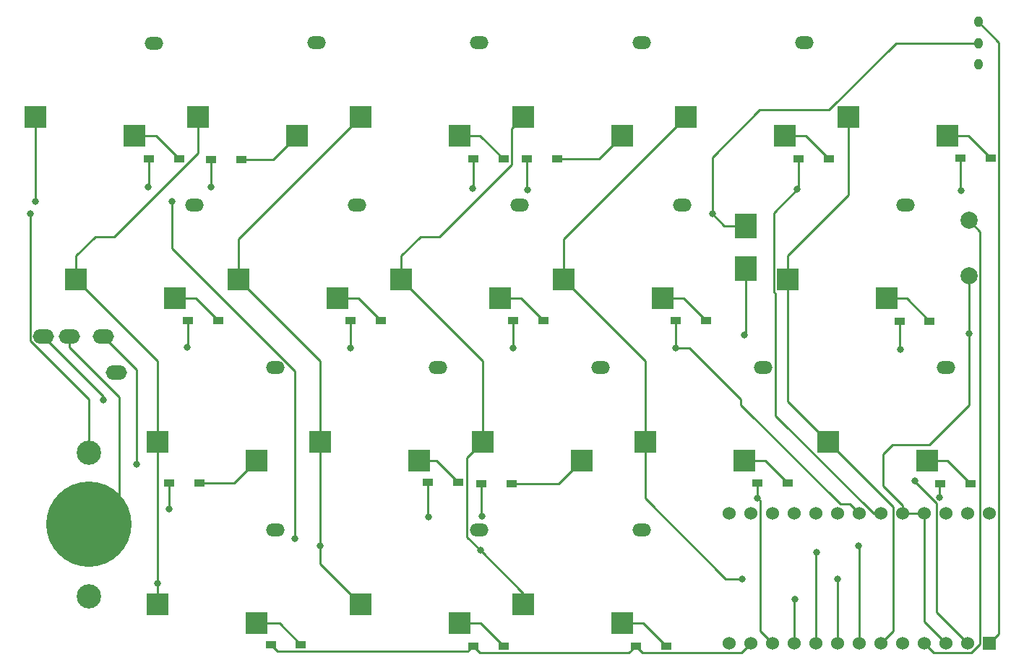
<source format=gbr>
%TF.GenerationSoftware,KiCad,Pcbnew,7.0.8*%
%TF.CreationDate,2024-11-17T17:07:27+09:00*%
%TF.ProjectId,cool937r,636f6f6c-3933-4377-922e-6b696361645f,rev?*%
%TF.SameCoordinates,Original*%
%TF.FileFunction,Copper,L2,Bot*%
%TF.FilePolarity,Positive*%
%FSLAX46Y46*%
G04 Gerber Fmt 4.6, Leading zero omitted, Abs format (unit mm)*
G04 Created by KiCad (PCBNEW 7.0.8) date 2024-11-17 17:07:27*
%MOMM*%
%LPD*%
G01*
G04 APERTURE LIST*
%TA.AperFunction,ComponentPad*%
%ADD10O,2.200000X1.500000*%
%TD*%
%TA.AperFunction,SMDPad,CuDef*%
%ADD11R,2.600000X2.600000*%
%TD*%
%TA.AperFunction,ComponentPad*%
%ADD12O,2.500000X1.700000*%
%TD*%
%TA.AperFunction,SMDPad,CuDef*%
%ADD13R,1.300000X0.950000*%
%TD*%
%TA.AperFunction,ComponentPad*%
%ADD14O,1.000000X1.300000*%
%TD*%
%TA.AperFunction,ComponentPad*%
%ADD15C,2.000000*%
%TD*%
%TA.AperFunction,SMDPad,CuDef*%
%ADD16R,2.600000X3.000000*%
%TD*%
%TA.AperFunction,ComponentPad*%
%ADD17C,2.850000*%
%TD*%
%TA.AperFunction,SMDPad,CuDef*%
%ADD18C,10.000000*%
%TD*%
%TA.AperFunction,ComponentPad*%
%ADD19C,1.524000*%
%TD*%
%TA.AperFunction,ComponentPad*%
%ADD20R,1.524000X1.524000*%
%TD*%
%TA.AperFunction,ViaPad*%
%ADD21C,0.800000*%
%TD*%
%TA.AperFunction,Conductor*%
%ADD22C,0.250000*%
%TD*%
G04 APERTURE END LIST*
D10*
%TO.P,SW38,*%
%TO.N,*%
X168550000Y-141590000D03*
D11*
%TO.P,SW38,1,1*%
%TO.N,col7*%
X154700000Y-150290000D03*
%TO.P,SW38,2,2*%
%TO.N,Net-(D38-A)*%
X166300000Y-152490000D03*
%TD*%
D12*
%TO.P,J1,A*%
%TO.N,unconnected-(J1-PadA)*%
X107010000Y-123080000D03*
%TO.P,J1,B*%
%TO.N,data*%
X98510000Y-118880000D03*
%TO.P,J1,C*%
%TO.N,GND*%
X101510000Y-118880000D03*
%TO.P,J1,D*%
%TO.N,VCC*%
X105510000Y-118880000D03*
%TD*%
D13*
%TO.P,D10,1,K*%
%TO.N,row0*%
X205910000Y-97950000D03*
%TO.P,D10,2,A*%
%TO.N,Net-(D10-A)*%
X209460000Y-97950000D03*
%TD*%
D11*
%TO.P,SW10,1,1*%
%TO.N,col9*%
X192805000Y-93140000D03*
%TO.P,SW10,2,2*%
%TO.N,Net-(D10-A)*%
X204405000Y-95340000D03*
%TD*%
D13*
%TO.P,D19,1,K*%
%TO.N,row1*%
X172575000Y-117030000D03*
%TO.P,D19,2,A*%
%TO.N,Net-(D19-A)*%
X176125000Y-117030000D03*
%TD*%
%TO.P,D17,1,K*%
%TO.N,row1*%
X134495000Y-117040000D03*
%TO.P,D17,2,A*%
%TO.N,Net-(D17-A)*%
X138045000Y-117040000D03*
%TD*%
D10*
%TO.P,SW6,*%
%TO.N,*%
X130455000Y-84440000D03*
D11*
%TO.P,SW6,1,1*%
%TO.N,col5*%
X116605000Y-93140000D03*
%TO.P,SW6,2,2*%
%TO.N,Net-(D6-A)*%
X128205000Y-95340000D03*
%TD*%
D13*
%TO.P,D20,1,K*%
%TO.N,row1*%
X198775000Y-117050000D03*
%TO.P,D20,2,A*%
%TO.N,Net-(D20-A)*%
X202325000Y-117050000D03*
%TD*%
D10*
%TO.P,SW9,*%
%TO.N,*%
X187605000Y-84440000D03*
D11*
%TO.P,SW9,1,1*%
%TO.N,col8*%
X173755000Y-93140000D03*
%TO.P,SW9,2,2*%
%TO.N,Net-(D9-A)*%
X185355000Y-95340000D03*
%TD*%
D13*
%TO.P,D6,1,K*%
%TO.N,row0*%
X118115000Y-98110000D03*
%TO.P,D6,2,A*%
%TO.N,Net-(D6-A)*%
X121665000Y-98110000D03*
%TD*%
D14*
%TO.P,SW42,1,1*%
%TO.N,Net-(U2-BAT)*%
X208000000Y-81960000D03*
%TO.P,SW42,2,2*%
%TO.N,BAT+*%
X208000000Y-84460000D03*
%TO.P,SW42,3*%
%TO.N,N/C*%
X208000000Y-86960000D03*
%TD*%
D10*
%TO.P,SW37,*%
%TO.N,*%
X149500000Y-141590000D03*
D11*
%TO.P,SW37,1,1*%
%TO.N,col6*%
X135650000Y-150290000D03*
%TO.P,SW37,2,2*%
%TO.N,Net-(D37-A)*%
X147250000Y-152490000D03*
%TD*%
D10*
%TO.P,SW7,*%
%TO.N,*%
X149505000Y-84440000D03*
D11*
%TO.P,SW7,1,1*%
%TO.N,col6*%
X135655000Y-93140000D03*
%TO.P,SW7,2,2*%
%TO.N,Net-(D7-A)*%
X147255000Y-95340000D03*
%TD*%
D10*
%TO.P,SW36,*%
%TO.N,*%
X125700000Y-141590000D03*
D11*
%TO.P,SW36,1,1*%
%TO.N,col5*%
X111850000Y-150290000D03*
%TO.P,SW36,2,2*%
%TO.N,Net-(D36-A)*%
X123450000Y-152490000D03*
%TD*%
D13*
%TO.P,D26,1,K*%
%TO.N,row2*%
X113215000Y-136050000D03*
%TO.P,D26,2,A*%
%TO.N,Net-(D26-A)*%
X116765000Y-136050000D03*
%TD*%
D15*
%TO.P,SW41,1,1*%
%TO.N,Net-(U2-BOOT(RST))*%
X206910000Y-105270000D03*
%TO.P,SW41,2,2*%
%TO.N,GND*%
X206910000Y-111770000D03*
%TD*%
D13*
%TO.P,D18,1,K*%
%TO.N,row1*%
X153545000Y-117030000D03*
%TO.P,D18,2,A*%
%TO.N,Net-(D18-A)*%
X157095000Y-117030000D03*
%TD*%
D10*
%TO.P,SW20,*%
%TO.N,*%
X199520000Y-103500000D03*
D11*
%TO.P,SW20,1,1*%
%TO.N,col9*%
X185670000Y-112200000D03*
%TO.P,SW20,2,2*%
%TO.N,Net-(D20-A)*%
X197270000Y-114400000D03*
%TD*%
D10*
%TO.P,SW26,*%
%TO.N,*%
X125700000Y-122550000D03*
D11*
%TO.P,SW26,1,1*%
%TO.N,col5*%
X111850000Y-131250000D03*
%TO.P,SW26,2,2*%
%TO.N,Net-(D26-A)*%
X123450000Y-133450000D03*
%TD*%
D13*
%TO.P,D35,1,K*%
%TO.N,row0*%
X110815000Y-98020000D03*
%TO.P,D35,2,A*%
%TO.N,Net-(D35-A)*%
X114365000Y-98020000D03*
%TD*%
D10*
%TO.P,SW19,*%
%TO.N,*%
X173320000Y-103490000D03*
D11*
%TO.P,SW19,1,1*%
%TO.N,col8*%
X159470000Y-112190000D03*
%TO.P,SW19,2,2*%
%TO.N,Net-(D19-A)*%
X171070000Y-114390000D03*
%TD*%
D13*
%TO.P,D29,1,K*%
%TO.N,row2*%
X182165000Y-136060000D03*
%TO.P,D29,2,A*%
%TO.N,Net-(D29-A)*%
X185715000Y-136060000D03*
%TD*%
%TO.P,D38,1,K*%
%TO.N,row3*%
X167885000Y-155190000D03*
%TO.P,D38,2,A*%
%TO.N,Net-(D38-A)*%
X171435000Y-155190000D03*
%TD*%
%TO.P,D9,1,K*%
%TO.N,row0*%
X186940000Y-98020000D03*
%TO.P,D9,2,A*%
%TO.N,Net-(D9-A)*%
X190490000Y-98020000D03*
%TD*%
%TO.P,D8,1,K*%
%TO.N,row0*%
X155145000Y-98060000D03*
%TO.P,D8,2,A*%
%TO.N,Net-(D8-A)*%
X158695000Y-98060000D03*
%TD*%
%TO.P,D27,1,K*%
%TO.N,row2*%
X143540000Y-136010000D03*
%TO.P,D27,2,A*%
%TO.N,Net-(D27-A)*%
X147090000Y-136010000D03*
%TD*%
D10*
%TO.P,SW27,*%
%TO.N,*%
X144750000Y-122550000D03*
D11*
%TO.P,SW27,1,1*%
%TO.N,col6*%
X130900000Y-131250000D03*
%TO.P,SW27,2,2*%
%TO.N,Net-(D27-A)*%
X142500000Y-133450000D03*
%TD*%
D13*
%TO.P,D36,1,K*%
%TO.N,row3*%
X125115000Y-155000000D03*
%TO.P,D36,2,A*%
%TO.N,Net-(D36-A)*%
X128665000Y-155000000D03*
%TD*%
D10*
%TO.P,SW16,*%
%TO.N,*%
X116170000Y-103490000D03*
D11*
%TO.P,SW16,1,1*%
%TO.N,col5*%
X102320000Y-112190000D03*
%TO.P,SW16,2,2*%
%TO.N,Net-(D16-A)*%
X113920000Y-114390000D03*
%TD*%
D13*
%TO.P,D16,1,K*%
%TO.N,row1*%
X115425000Y-117010000D03*
%TO.P,D16,2,A*%
%TO.N,Net-(D16-A)*%
X118975000Y-117010000D03*
%TD*%
%TO.P,D37,1,K*%
%TO.N,row3*%
X148825000Y-155190000D03*
%TO.P,D37,2,A*%
%TO.N,Net-(D37-A)*%
X152375000Y-155190000D03*
%TD*%
%TO.P,D30,1,K*%
%TO.N,row2*%
X203585000Y-136130000D03*
%TO.P,D30,2,A*%
%TO.N,Net-(D30-A)*%
X207135000Y-136130000D03*
%TD*%
D10*
%TO.P,SW29,*%
%TO.N,*%
X182850000Y-122550000D03*
D11*
%TO.P,SW29,1,1*%
%TO.N,col8*%
X169000000Y-131250000D03*
%TO.P,SW29,2,2*%
%TO.N,Net-(D29-A)*%
X180600000Y-133450000D03*
%TD*%
D10*
%TO.P,SW8,*%
%TO.N,*%
X168555000Y-84440000D03*
D11*
%TO.P,SW8,1,1*%
%TO.N,col7*%
X154705000Y-93140000D03*
%TO.P,SW8,2,2*%
%TO.N,Net-(D8-A)*%
X166305000Y-95340000D03*
%TD*%
D10*
%TO.P,SW30,*%
%TO.N,*%
X204270000Y-122530000D03*
D11*
%TO.P,SW30,1,1*%
%TO.N,col9*%
X190420000Y-131230000D03*
%TO.P,SW30,2,2*%
%TO.N,Net-(D30-A)*%
X202020000Y-133430000D03*
%TD*%
D10*
%TO.P,SW35,*%
%TO.N,*%
X111410000Y-84460000D03*
D11*
%TO.P,SW35,1,1*%
%TO.N,col4*%
X97560000Y-93160000D03*
%TO.P,SW35,2,2*%
%TO.N,Net-(D35-A)*%
X109160000Y-95360000D03*
%TD*%
D10*
%TO.P,SW18,*%
%TO.N,*%
X154270000Y-103490000D03*
D11*
%TO.P,SW18,1,1*%
%TO.N,col7*%
X140420000Y-112190000D03*
%TO.P,SW18,2,2*%
%TO.N,Net-(D18-A)*%
X152020000Y-114390000D03*
%TD*%
D13*
%TO.P,D28,1,K*%
%TO.N,row2*%
X149805000Y-136120000D03*
%TO.P,D28,2,A*%
%TO.N,Net-(D28-A)*%
X153355000Y-136120000D03*
%TD*%
D10*
%TO.P,SW28,*%
%TO.N,*%
X163800000Y-122550000D03*
D11*
%TO.P,SW28,1,1*%
%TO.N,col7*%
X149950000Y-131250000D03*
%TO.P,SW28,2,2*%
%TO.N,Net-(D28-A)*%
X161550000Y-133450000D03*
%TD*%
D13*
%TO.P,D7,1,K*%
%TO.N,row0*%
X148840000Y-98080000D03*
%TO.P,D7,2,A*%
%TO.N,Net-(D7-A)*%
X152390000Y-98080000D03*
%TD*%
D10*
%TO.P,SW17,*%
%TO.N,*%
X135220000Y-103490000D03*
D11*
%TO.P,SW17,1,1*%
%TO.N,col6*%
X121370000Y-112190000D03*
%TO.P,SW17,2,2*%
%TO.N,Net-(D17-A)*%
X132970000Y-114390000D03*
%TD*%
D16*
%TO.P,C1,1*%
%TO.N,BAT+*%
X180750000Y-105930000D03*
%TO.P,C1,2*%
%TO.N,GND*%
X180750000Y-110930000D03*
%TD*%
D17*
%TO.P,BT1,1,+*%
%TO.N,BAT+*%
X103830000Y-132460000D03*
X103830000Y-149360000D03*
D18*
%TO.P,BT1,2,-*%
%TO.N,GND*%
X103830000Y-140910000D03*
%TD*%
D19*
%TO.P,U2,1,PIN1*%
%TO.N,data*%
X206790000Y-139640000D03*
%TO.P,U2,2,PIN2*%
%TO.N,unconnected-(U2-PIN2-Pad2)*%
X204250000Y-139640000D03*
%TO.P,U2,3,GND*%
%TO.N,GND*%
X201710000Y-139640000D03*
%TO.P,U2,4,GND*%
X199170000Y-139640000D03*
%TO.P,U2,5,PIN5*%
%TO.N,row0*%
X196630000Y-139640000D03*
%TO.P,U2,6,PIN6*%
%TO.N,row1*%
X194090000Y-139640000D03*
%TO.P,U2,7,PIN7*%
%TO.N,unconnected-(U2-PIN7-Pad7)*%
X191550000Y-139640000D03*
%TO.P,U2,8,PIN8*%
%TO.N,unconnected-(U2-PIN8-Pad8)*%
X189010000Y-139640000D03*
%TO.P,U2,9,PIN9*%
%TO.N,unconnected-(U2-PIN9-Pad9)*%
X186470000Y-139640000D03*
%TO.P,U2,10,PIN10*%
%TO.N,unconnected-(U2-PIN10-Pad10)*%
X183930000Y-139640000D03*
%TO.P,U2,11,PIN11*%
%TO.N,col4*%
X181390000Y-139640000D03*
%TO.P,U2,12,PIN12*%
%TO.N,unconnected-(U2-PIN12-Pad12)*%
X178850000Y-139640000D03*
%TO.P,U2,13,PIN13*%
%TO.N,unconnected-(U2-PIN13-Pad13)*%
X178850000Y-154860000D03*
%TO.P,U2,14,PIN14*%
%TO.N,row3*%
X181390000Y-154860000D03*
%TO.P,U2,15,PIN15*%
%TO.N,row2*%
X183930000Y-154860000D03*
%TO.P,U2,16,PIN16*%
%TO.N,col5*%
X186470000Y-154860000D03*
%TO.P,U2,17,PIN17*%
%TO.N,col6*%
X189010000Y-154860000D03*
%TO.P,U2,18,PIN18*%
%TO.N,col8*%
X191550000Y-154860000D03*
%TO.P,U2,19,PIN19*%
%TO.N,col7*%
X194090000Y-154860000D03*
%TO.P,U2,20,PIN20*%
%TO.N,col9*%
X196630000Y-154860000D03*
%TO.P,U2,21,+4.3V*%
%TO.N,unconnected-(U2-+4.3V-Pad21)*%
X199170000Y-154860000D03*
%TO.P,U2,22,BOOT(RST)*%
%TO.N,Net-(U2-BOOT(RST))*%
X201710000Y-154860000D03*
%TO.P,U2,23,GND*%
%TO.N,GND*%
X204250000Y-154860000D03*
%TO.P,U2,24,+5V*%
%TO.N,VCC*%
X206790000Y-154860000D03*
D20*
%TO.P,U2,25,BAT*%
%TO.N,Net-(U2-BAT)*%
X209330000Y-154860000D03*
D19*
%TO.P,U2,26*%
%TO.N,N/C*%
X209330000Y-139640000D03*
%TD*%
D21*
%TO.N,BAT+*%
X96930000Y-104510000D03*
X176860000Y-104510000D03*
%TO.N,GND*%
X206910000Y-118490000D03*
X180640000Y-118690000D03*
%TO.N,row0*%
X186800000Y-101630000D03*
X110800000Y-101360000D03*
X205980000Y-101730000D03*
X155190000Y-101720000D03*
X148810000Y-101540000D03*
X118140000Y-101360000D03*
%TO.N,row1*%
X115320000Y-120150000D03*
X198860000Y-120390000D03*
X153540000Y-120220000D03*
X134440000Y-120190000D03*
X172550000Y-120250000D03*
%TO.N,row2*%
X113250000Y-139140000D03*
X182160000Y-137800000D03*
X143570000Y-140000000D03*
X149840000Y-139950000D03*
X203430000Y-137740000D03*
%TO.N,col4*%
X97570000Y-103010000D03*
X113560000Y-103020000D03*
X127980000Y-142590000D03*
%TO.N,col5*%
X111850000Y-147790000D03*
X186560000Y-149670000D03*
%TO.N,col6*%
X189050000Y-144220000D03*
X130900000Y-143430000D03*
%TO.N,col7*%
X149670000Y-143960000D03*
X194010000Y-143400000D03*
%TO.N,col8*%
X180370000Y-147280000D03*
X191530000Y-147290000D03*
%TO.N,VCC*%
X109370000Y-133880000D03*
X200590000Y-135800000D03*
%TO.N,data*%
X105540000Y-126340000D03*
%TD*%
D22*
%TO.N,BAT+*%
X96930000Y-119361261D02*
X96930000Y-104510000D01*
X190535000Y-92315000D02*
X198390000Y-84460000D01*
X198390000Y-84460000D02*
X208000000Y-84460000D01*
X176860000Y-104510000D02*
X176860000Y-97883350D01*
X178280000Y-105930000D02*
X180750000Y-105930000D01*
X176860000Y-104510000D02*
X178280000Y-105930000D01*
X103830000Y-126261261D02*
X96930000Y-119361261D01*
X176860000Y-97883350D02*
X182428350Y-92315000D01*
X182428350Y-92315000D02*
X190535000Y-92315000D01*
X103830000Y-132460000D02*
X103830000Y-126261261D01*
%TO.N,GND*%
X199170000Y-138710000D02*
X199170000Y-139640000D01*
X206910000Y-118490000D02*
X206910000Y-126920000D01*
X201710000Y-152320000D02*
X204250000Y-154860000D01*
X101510000Y-118880000D02*
X101510000Y-120158858D01*
X101510000Y-120158858D02*
X107362863Y-126011721D01*
X180750000Y-118580000D02*
X180640000Y-118690000D01*
X197943350Y-131555000D02*
X196845000Y-132653350D01*
X202275000Y-131555000D02*
X197943350Y-131555000D01*
X201710000Y-139640000D02*
X201710000Y-152320000D01*
X107362863Y-137377137D02*
X103830000Y-140910000D01*
X196845000Y-132653350D02*
X196845000Y-136385000D01*
X199170000Y-139640000D02*
X201710000Y-139640000D01*
X107362863Y-126011721D02*
X107362863Y-137377137D01*
X206910000Y-126920000D02*
X202275000Y-131555000D01*
X180750000Y-110930000D02*
X180750000Y-118580000D01*
X206910000Y-111770000D02*
X206910000Y-118490000D01*
X196845000Y-136385000D02*
X199170000Y-138710000D01*
%TO.N,row0*%
X184045000Y-104385000D02*
X186800000Y-101630000D01*
X184273731Y-128143351D02*
X184273731Y-113883731D01*
X155190000Y-101720000D02*
X155145000Y-101675000D01*
X205910000Y-101660000D02*
X205910000Y-97950000D01*
X186800000Y-101630000D02*
X186940000Y-101490000D01*
X195770380Y-139640000D02*
X184273731Y-128143351D01*
X118115000Y-101335000D02*
X118140000Y-101360000D01*
X186940000Y-101490000D02*
X186940000Y-98020000D01*
X184045000Y-113655000D02*
X184045000Y-104385000D01*
X184273731Y-113883731D02*
X184045000Y-113655000D01*
X148840000Y-101510000D02*
X148840000Y-98080000D01*
X110815000Y-98020000D02*
X110815000Y-101345000D01*
X118115000Y-98110000D02*
X118115000Y-101335000D01*
X205980000Y-101730000D02*
X205910000Y-101660000D01*
X148810000Y-101540000D02*
X148840000Y-101510000D01*
X155145000Y-101675000D02*
X155145000Y-98060000D01*
X110815000Y-101345000D02*
X110800000Y-101360000D01*
X196630000Y-139640000D02*
X195770380Y-139640000D01*
%TO.N,Net-(D6-A)*%
X125435000Y-98110000D02*
X121665000Y-98110000D01*
X128205000Y-95340000D02*
X125435000Y-98110000D01*
%TO.N,Net-(D7-A)*%
X149650000Y-95340000D02*
X152390000Y-98080000D01*
X147255000Y-95340000D02*
X149650000Y-95340000D01*
%TO.N,Net-(D8-A)*%
X163585000Y-98060000D02*
X158695000Y-98060000D01*
X166305000Y-95340000D02*
X163585000Y-98060000D01*
%TO.N,Net-(D9-A)*%
X185355000Y-95340000D02*
X187810000Y-95340000D01*
X187810000Y-95340000D02*
X190490000Y-98020000D01*
%TO.N,Net-(D10-A)*%
X206850000Y-95340000D02*
X209460000Y-97950000D01*
X204405000Y-95340000D02*
X206850000Y-95340000D01*
%TO.N,row1*%
X153545000Y-120215000D02*
X153545000Y-117030000D01*
X134495000Y-120135000D02*
X134495000Y-117040000D01*
X180175000Y-126895000D02*
X180175000Y-126275000D01*
X198775000Y-120305000D02*
X198860000Y-120390000D01*
X198775000Y-117050000D02*
X198775000Y-120305000D01*
X153540000Y-120220000D02*
X153545000Y-120215000D01*
X115425000Y-120045000D02*
X115425000Y-117010000D01*
X191833000Y-138553000D02*
X180175000Y-126895000D01*
X172550000Y-120250000D02*
X172575000Y-120225000D01*
X172575000Y-120225000D02*
X172575000Y-117030000D01*
X174150000Y-120250000D02*
X172550000Y-120250000D01*
X134440000Y-120190000D02*
X134495000Y-120135000D01*
X115320000Y-120150000D02*
X115425000Y-120045000D01*
X193003000Y-138553000D02*
X191833000Y-138553000D01*
X194090000Y-139640000D02*
X193003000Y-138553000D01*
X180175000Y-126275000D02*
X174150000Y-120250000D01*
%TO.N,Net-(D16-A)*%
X116355000Y-114390000D02*
X118975000Y-117010000D01*
X113920000Y-114390000D02*
X116355000Y-114390000D01*
%TO.N,Net-(D17-A)*%
X135395000Y-114390000D02*
X138045000Y-117040000D01*
X132970000Y-114390000D02*
X135395000Y-114390000D01*
%TO.N,Net-(D18-A)*%
X152020000Y-114390000D02*
X154455000Y-114390000D01*
X154455000Y-114390000D02*
X157095000Y-117030000D01*
%TO.N,Net-(D19-A)*%
X173485000Y-114390000D02*
X176125000Y-117030000D01*
X171070000Y-114390000D02*
X173485000Y-114390000D01*
%TO.N,Net-(D20-A)*%
X197270000Y-114400000D02*
X199675000Y-114400000D01*
X199675000Y-114400000D02*
X202325000Y-117050000D01*
%TO.N,row2*%
X149840000Y-139950000D02*
X149805000Y-139915000D01*
X182477000Y-138117000D02*
X182160000Y-137800000D01*
X203430000Y-136285000D02*
X203585000Y-136130000D01*
X203430000Y-137740000D02*
X203430000Y-136285000D01*
X113215000Y-139105000D02*
X113250000Y-139140000D01*
X113215000Y-136050000D02*
X113215000Y-139105000D01*
X182160000Y-136065000D02*
X182165000Y-136060000D01*
X183930000Y-154860000D02*
X182477000Y-153407000D01*
X182477000Y-153407000D02*
X182477000Y-138117000D01*
X182160000Y-137800000D02*
X182160000Y-136065000D01*
X143570000Y-140000000D02*
X143540000Y-139970000D01*
X143540000Y-139970000D02*
X143540000Y-136010000D01*
X149805000Y-139915000D02*
X149805000Y-136120000D01*
%TO.N,row3*%
X167085000Y-155990000D02*
X149625000Y-155990000D01*
X181390000Y-154860000D02*
X180260000Y-155990000D01*
X167885000Y-155190000D02*
X167085000Y-155990000D01*
X125915000Y-155800000D02*
X125115000Y-155000000D01*
X148825000Y-155190000D02*
X148215000Y-155800000D01*
X148215000Y-155800000D02*
X125915000Y-155800000D01*
X168685000Y-155990000D02*
X167885000Y-155190000D01*
X149625000Y-155990000D02*
X148825000Y-155190000D01*
X180260000Y-155990000D02*
X168685000Y-155990000D01*
%TO.N,Net-(D26-A)*%
X120850000Y-136050000D02*
X116765000Y-136050000D01*
X123450000Y-133450000D02*
X120850000Y-136050000D01*
%TO.N,Net-(D27-A)*%
X144530000Y-133450000D02*
X147090000Y-136010000D01*
X142500000Y-133450000D02*
X144530000Y-133450000D01*
%TO.N,Net-(D28-A)*%
X161550000Y-133450000D02*
X158880000Y-136120000D01*
X158880000Y-136120000D02*
X153355000Y-136120000D01*
%TO.N,Net-(D29-A)*%
X183105000Y-133450000D02*
X185715000Y-136060000D01*
X180600000Y-133450000D02*
X183105000Y-133450000D01*
%TO.N,Net-(D30-A)*%
X202020000Y-133430000D02*
X204435000Y-133430000D01*
X204435000Y-133430000D02*
X207135000Y-136130000D01*
%TO.N,Net-(D35-A)*%
X111705000Y-95360000D02*
X114365000Y-98020000D01*
X109160000Y-95360000D02*
X111705000Y-95360000D01*
%TO.N,Net-(D36-A)*%
X123450000Y-152490000D02*
X126155000Y-152490000D01*
X126155000Y-152490000D02*
X128665000Y-155000000D01*
%TO.N,Net-(D37-A)*%
X149675000Y-152490000D02*
X152375000Y-155190000D01*
X147250000Y-152490000D02*
X149675000Y-152490000D01*
%TO.N,Net-(D38-A)*%
X168735000Y-152490000D02*
X171435000Y-155190000D01*
X166300000Y-152490000D02*
X168735000Y-152490000D01*
%TO.N,col4*%
X127980000Y-142590000D02*
X127980000Y-122960169D01*
X97560000Y-103000000D02*
X97560000Y-93160000D01*
X97570000Y-103010000D02*
X97560000Y-103000000D01*
X127980000Y-122960169D02*
X113560000Y-108540169D01*
X113560000Y-108540169D02*
X113560000Y-103020000D01*
%TO.N,col5*%
X102320000Y-112190000D02*
X111850000Y-121720000D01*
X111850000Y-147790000D02*
X111850000Y-150290000D01*
X104555000Y-107165000D02*
X102320000Y-109400000D01*
X106804620Y-107165000D02*
X104555000Y-107165000D01*
X116605000Y-93140000D02*
X116605000Y-97364620D01*
X186470000Y-154860000D02*
X186470000Y-149760000D01*
X102320000Y-109400000D02*
X102320000Y-112190000D01*
X116605000Y-97364620D02*
X106804620Y-107165000D01*
X186470000Y-149760000D02*
X186560000Y-149670000D01*
X111850000Y-131250000D02*
X111850000Y-147790000D01*
X111850000Y-121720000D02*
X111850000Y-131250000D01*
%TO.N,col6*%
X121370000Y-107425000D02*
X121370000Y-112190000D01*
X130900000Y-121720000D02*
X130900000Y-131250000D01*
X130900000Y-145540000D02*
X135650000Y-150290000D01*
X130900000Y-131250000D02*
X130900000Y-143430000D01*
X189010000Y-154860000D02*
X189010000Y-144260000D01*
X135655000Y-93140000D02*
X121370000Y-107425000D01*
X189010000Y-144260000D02*
X189050000Y-144220000D01*
X121370000Y-112190000D02*
X130900000Y-121720000D01*
X130900000Y-143430000D02*
X130900000Y-145540000D01*
%TO.N,col7*%
X153365000Y-94480000D02*
X153365000Y-98689620D01*
X148076269Y-133123731D02*
X148076269Y-142366269D01*
X140420000Y-109416167D02*
X140420000Y-112190000D01*
X194090000Y-154860000D02*
X194090000Y-143480000D01*
X144889620Y-107165000D02*
X142671167Y-107165000D01*
X142671167Y-107165000D02*
X140420000Y-109416167D01*
X149670000Y-143960000D02*
X154700000Y-148990000D01*
X148076269Y-142366269D02*
X149670000Y-143960000D01*
X149950000Y-121720000D02*
X149950000Y-131250000D01*
X194090000Y-143480000D02*
X194010000Y-143400000D01*
X149950000Y-131250000D02*
X148076269Y-133123731D01*
X154700000Y-148990000D02*
X154700000Y-150290000D01*
X154705000Y-93140000D02*
X153365000Y-94480000D01*
X140420000Y-112190000D02*
X149950000Y-121720000D01*
X153365000Y-98689620D02*
X144889620Y-107165000D01*
%TO.N,col8*%
X191530000Y-147290000D02*
X191550000Y-147310000D01*
X159470000Y-112190000D02*
X169000000Y-121720000D01*
X191550000Y-147310000D02*
X191550000Y-154860000D01*
X169000000Y-137841403D02*
X178438597Y-147280000D01*
X173755000Y-93140000D02*
X159470000Y-107425000D01*
X178438597Y-147280000D02*
X180370000Y-147280000D01*
X159470000Y-107425000D02*
X159470000Y-112190000D01*
X169000000Y-131250000D02*
X169000000Y-137841403D01*
X169000000Y-121720000D02*
X169000000Y-131250000D01*
%TO.N,col9*%
X192805000Y-102291167D02*
X185670000Y-109426167D01*
X185670000Y-112200000D02*
X185670000Y-126480000D01*
X198083000Y-138893000D02*
X198083000Y-153407000D01*
X192805000Y-93140000D02*
X192805000Y-102291167D01*
X190420000Y-131230000D02*
X198083000Y-138893000D01*
X185670000Y-126480000D02*
X190420000Y-131230000D01*
X185670000Y-109426167D02*
X185670000Y-112200000D01*
X198083000Y-153407000D02*
X196630000Y-154860000D01*
%TO.N,Net-(U2-BOOT(RST))*%
X201710000Y-154860000D02*
X202797000Y-155947000D01*
X202797000Y-155947000D02*
X207233474Y-155947000D01*
X208235000Y-106595000D02*
X206910000Y-105270000D01*
X207233474Y-155947000D02*
X208235000Y-154945474D01*
X208235000Y-154945474D02*
X208235000Y-106595000D01*
%TO.N,Net-(U2-BAT)*%
X210435000Y-153755000D02*
X209330000Y-154860000D01*
X208000000Y-81960000D02*
X210435000Y-84395000D01*
X210435000Y-84395000D02*
X210435000Y-153755000D01*
%TO.N,VCC*%
X203129695Y-138465000D02*
X200590000Y-135925305D01*
X109370000Y-122740000D02*
X105510000Y-118880000D01*
X203129695Y-151199695D02*
X203129695Y-138465000D01*
X109370000Y-133880000D02*
X109370000Y-122740000D01*
X200590000Y-135925305D02*
X200590000Y-135800000D01*
X206790000Y-154860000D02*
X203129695Y-151199695D01*
%TO.N,data*%
X105540000Y-125910000D02*
X105540000Y-126340000D01*
X98510000Y-118880000D02*
X105540000Y-125910000D01*
%TD*%
M02*

</source>
